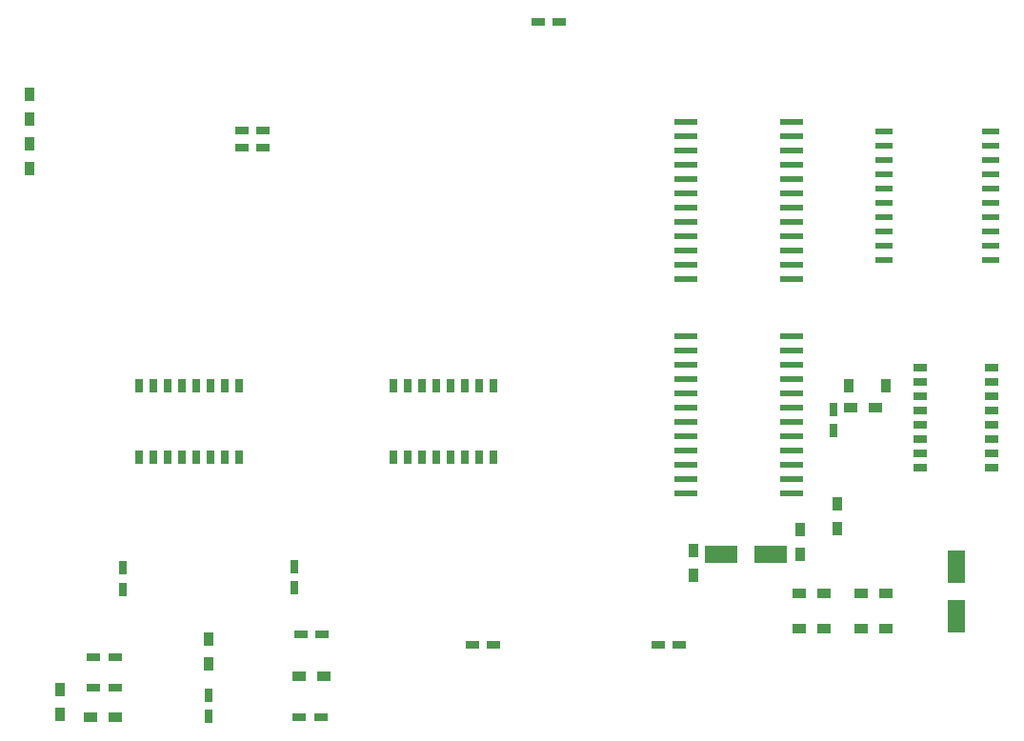
<source format=gbr>
G04 #@! TF.FileFunction,Paste,Top*
%FSLAX46Y46*%
G04 Gerber Fmt 4.6, Leading zero omitted, Abs format (unit mm)*
G04 Created by KiCad (PCBNEW 4.0.7) date 06/28/18 00:34:14*
%MOMM*%
%LPD*%
G01*
G04 APERTURE LIST*
%ADD10C,0.100000*%
%ADD11R,0.750000X1.200000*%
%ADD12R,1.600000X3.000000*%
%ADD13R,1.200000X0.750000*%
%ADD14R,3.000000X1.600000*%
%ADD15R,0.900000X1.200000*%
%ADD16R,2.000000X0.600000*%
%ADD17R,1.200000X0.900000*%
%ADD18R,1.500000X0.600000*%
%ADD19R,1.300000X0.800000*%
%ADD20R,0.800000X1.300000*%
G04 APERTURE END LIST*
D10*
D11*
X85471000Y-104587000D03*
X85471000Y-106487000D03*
X100711000Y-106360000D03*
X100711000Y-104460000D03*
D12*
X159512000Y-108880000D03*
X159512000Y-104480000D03*
D13*
X101285000Y-110490000D03*
X103185000Y-110490000D03*
X84770000Y-112522000D03*
X82870000Y-112522000D03*
D11*
X93091000Y-117790000D03*
X93091000Y-115890000D03*
D13*
X124267000Y-56007000D03*
X122367000Y-56007000D03*
X101158000Y-117856000D03*
X103058000Y-117856000D03*
D11*
X148590000Y-90490000D03*
X148590000Y-92390000D03*
D13*
X116525000Y-111379000D03*
X118425000Y-111379000D03*
X96014000Y-67246500D03*
X97914000Y-67246500D03*
X96014000Y-65722500D03*
X97914000Y-65722500D03*
X133035000Y-111379000D03*
X134935000Y-111379000D03*
D14*
X138643000Y-103378000D03*
X143043000Y-103378000D03*
D15*
X149988000Y-88392000D03*
X153288000Y-88392000D03*
D16*
X135508000Y-64897000D03*
X135508000Y-66167000D03*
X135508000Y-67437000D03*
X135508000Y-68707000D03*
X135508000Y-69977000D03*
X135508000Y-71247000D03*
X135508000Y-72517000D03*
X135508000Y-73787000D03*
X135508000Y-75057000D03*
X135508000Y-76327000D03*
X135508000Y-77597000D03*
X135508000Y-78867000D03*
X144908000Y-78867000D03*
X144908000Y-77597000D03*
X144908000Y-76327000D03*
X144908000Y-75057000D03*
X144908000Y-73787000D03*
X144908000Y-72517000D03*
X144908000Y-71247000D03*
X144908000Y-69977000D03*
X144908000Y-68707000D03*
X144908000Y-67437000D03*
X144908000Y-66167000D03*
X144908000Y-64897000D03*
X135508000Y-83947000D03*
X135508000Y-85217000D03*
X135508000Y-86487000D03*
X135508000Y-87757000D03*
X135508000Y-89027000D03*
X135508000Y-90297000D03*
X135508000Y-91567000D03*
X135508000Y-92837000D03*
X135508000Y-94107000D03*
X135508000Y-95377000D03*
X135508000Y-96647000D03*
X135508000Y-97917000D03*
X144908000Y-97917000D03*
X144908000Y-96647000D03*
X144908000Y-95377000D03*
X144908000Y-94107000D03*
X144908000Y-92837000D03*
X144908000Y-91567000D03*
X144908000Y-90297000D03*
X144908000Y-89027000D03*
X144908000Y-87757000D03*
X144908000Y-86487000D03*
X144908000Y-85217000D03*
X144908000Y-83947000D03*
D13*
X82870000Y-115189000D03*
X84770000Y-115189000D03*
D15*
X93091000Y-110914000D03*
X93091000Y-113114000D03*
D17*
X103335000Y-114173000D03*
X101135000Y-114173000D03*
D15*
X79883000Y-115359000D03*
X79883000Y-117559000D03*
D17*
X84793000Y-117856000D03*
X82593000Y-117856000D03*
X152357000Y-90297000D03*
X150157000Y-90297000D03*
D15*
X77152000Y-66909000D03*
X77152000Y-69109000D03*
X77152000Y-64663500D03*
X77152000Y-62463500D03*
X148971000Y-98849000D03*
X148971000Y-101049000D03*
X145669000Y-101135000D03*
X145669000Y-103335000D03*
D17*
X147785000Y-106807000D03*
X145585000Y-106807000D03*
X153246000Y-106807000D03*
X151046000Y-106807000D03*
D15*
X136144000Y-103040000D03*
X136144000Y-105240000D03*
D17*
X147785000Y-109982000D03*
X145585000Y-109982000D03*
X153246000Y-109982000D03*
X151046000Y-109982000D03*
D18*
X153111000Y-72136000D03*
X153111000Y-70866000D03*
X153111000Y-69596000D03*
X153111000Y-68326000D03*
X153111000Y-67056000D03*
X153111000Y-65786000D03*
X153111000Y-73406000D03*
X153111000Y-74676000D03*
X153111000Y-75946000D03*
X153111000Y-77216000D03*
X162611000Y-77216000D03*
X162611000Y-75946000D03*
X162611000Y-74676000D03*
X162611000Y-73406000D03*
X162611000Y-72136000D03*
X162611000Y-70866000D03*
X162611000Y-69596000D03*
X162611000Y-68326000D03*
X162611000Y-67056000D03*
X162611000Y-65786000D03*
D19*
X156362000Y-86736000D03*
X156362000Y-88016000D03*
X156362000Y-89276000D03*
X156362000Y-90546000D03*
X156362000Y-91826000D03*
X156362000Y-93096000D03*
X156362000Y-94356000D03*
X156362000Y-95636000D03*
X162662000Y-95636000D03*
X162662000Y-94356000D03*
X162662000Y-93096000D03*
X162662000Y-91826000D03*
X162662000Y-90546000D03*
X162662000Y-89276000D03*
X162662000Y-88016000D03*
X162662000Y-86736000D03*
D20*
X86863000Y-94717000D03*
X88143000Y-94717000D03*
X89403000Y-94717000D03*
X90673000Y-94717000D03*
X91953000Y-94717000D03*
X93223000Y-94717000D03*
X94483000Y-94717000D03*
X95763000Y-94717000D03*
X95763000Y-88417000D03*
X94483000Y-88417000D03*
X93223000Y-88417000D03*
X91953000Y-88417000D03*
X90673000Y-88417000D03*
X89403000Y-88417000D03*
X88143000Y-88417000D03*
X86863000Y-88417000D03*
X109469000Y-94717000D03*
X110749000Y-94717000D03*
X112009000Y-94717000D03*
X113279000Y-94717000D03*
X114559000Y-94717000D03*
X115829000Y-94717000D03*
X117089000Y-94717000D03*
X118369000Y-94717000D03*
X118369000Y-88417000D03*
X117089000Y-88417000D03*
X115829000Y-88417000D03*
X114559000Y-88417000D03*
X113279000Y-88417000D03*
X112009000Y-88417000D03*
X110749000Y-88417000D03*
X109469000Y-88417000D03*
M02*

</source>
